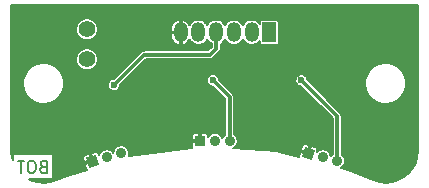
<source format=gbr>
G04 #@! TF.FileFunction,Copper,L2,Bot,Signal*
%FSLAX46Y46*%
G04 Gerber Fmt 4.6, Leading zero omitted, Abs format (unit mm)*
G04 Created by KiCad (PCBNEW (2015-01-16 BZR 5376)-product) date 26.03.2015 18:54:21*
%MOMM*%
G01*
G04 APERTURE LIST*
%ADD10C,0.100000*%
%ADD11C,0.150000*%
%ADD12R,1.198880X1.699260*%
%ADD13O,1.198880X1.699260*%
%ADD14C,0.899160*%
%ADD15R,0.899160X0.899160*%
%ADD16C,1.397000*%
%ADD17C,0.600000*%
%ADD18C,0.300000*%
G04 APERTURE END LIST*
D10*
D11*
X138501333Y-124388571D02*
X138358476Y-124436190D01*
X138310857Y-124483810D01*
X138263238Y-124579048D01*
X138263238Y-124721905D01*
X138310857Y-124817143D01*
X138358476Y-124864762D01*
X138453714Y-124912381D01*
X138834667Y-124912381D01*
X138834667Y-123912381D01*
X138501333Y-123912381D01*
X138406095Y-123960000D01*
X138358476Y-124007619D01*
X138310857Y-124102857D01*
X138310857Y-124198095D01*
X138358476Y-124293333D01*
X138406095Y-124340952D01*
X138501333Y-124388571D01*
X138834667Y-124388571D01*
X137644191Y-123912381D02*
X137453714Y-123912381D01*
X137358476Y-123960000D01*
X137263238Y-124055238D01*
X137215619Y-124245714D01*
X137215619Y-124579048D01*
X137263238Y-124769524D01*
X137358476Y-124864762D01*
X137453714Y-124912381D01*
X137644191Y-124912381D01*
X137739429Y-124864762D01*
X137834667Y-124769524D01*
X137882286Y-124579048D01*
X137882286Y-124245714D01*
X137834667Y-124055238D01*
X137739429Y-123960000D01*
X137644191Y-123912381D01*
X136929905Y-123912381D02*
X136358476Y-123912381D01*
X136644191Y-124912381D02*
X136644191Y-123912381D01*
D12*
X157683800Y-113030000D03*
D13*
X154680000Y-113030000D03*
X156180000Y-113030000D03*
X153180000Y-113030000D03*
X151680000Y-113030000D03*
X150180000Y-113030000D03*
D10*
G36*
X143240295Y-124243001D02*
X142371773Y-124475721D01*
X142139053Y-123607199D01*
X143007575Y-123374479D01*
X143240295Y-124243001D01*
X143240295Y-124243001D01*
G37*
D14*
X143916400Y-123596400D03*
X145143126Y-123267700D03*
D15*
X151790400Y-122224800D03*
D14*
X153060400Y-122224800D03*
X154330400Y-122224800D03*
D10*
G36*
X161295575Y-123818321D02*
X160427053Y-123585601D01*
X160659773Y-122717079D01*
X161528295Y-122949799D01*
X161295575Y-123818321D01*
X161295575Y-123818321D01*
G37*
D14*
X162204400Y-123596400D03*
X163431126Y-123925100D03*
D16*
X142240000Y-112776000D03*
X142240000Y-115316000D03*
D17*
X145034000Y-113284000D03*
X138684000Y-121920000D03*
X152654000Y-119380000D03*
X156972000Y-118110000D03*
X160274000Y-119126000D03*
X144018000Y-120904000D03*
X149352000Y-118110000D03*
X163195000Y-113030000D03*
X144526000Y-117475000D03*
X152908000Y-117094000D03*
X160401000Y-117094000D03*
D18*
X153180000Y-114409000D02*
X153180000Y-113030000D01*
X152654000Y-114935000D02*
X153180000Y-114409000D01*
X147066000Y-114935000D02*
X152654000Y-114935000D01*
X144526000Y-117475000D02*
X147066000Y-114935000D01*
X154330400Y-118516400D02*
X154330400Y-122224800D01*
X152908000Y-117094000D02*
X154330400Y-118516400D01*
X163431126Y-120124126D02*
X163431126Y-123925100D01*
X160401000Y-117094000D02*
X163431126Y-120124126D01*
D11*
G36*
X170266750Y-123013094D02*
X170213557Y-123555584D01*
X170059918Y-124064461D01*
X169810360Y-124533814D01*
X169474394Y-124945748D01*
X169237944Y-125141356D01*
X169237944Y-117178868D01*
X169172241Y-116847045D01*
X169043339Y-116534304D01*
X168856146Y-116252557D01*
X168617793Y-116012534D01*
X168337359Y-115823379D01*
X168025526Y-115692296D01*
X167694170Y-115624279D01*
X167355914Y-115621917D01*
X167023641Y-115685302D01*
X166710008Y-115812018D01*
X166426960Y-115997239D01*
X166185280Y-116233910D01*
X165994171Y-116513017D01*
X165860915Y-116823928D01*
X165790586Y-117154800D01*
X165785863Y-117493032D01*
X165846926Y-117825739D01*
X165971449Y-118140249D01*
X166154690Y-118424583D01*
X166389668Y-118667910D01*
X166667434Y-118860963D01*
X166977407Y-118996386D01*
X167307780Y-119069024D01*
X167645971Y-119076108D01*
X167979096Y-119017369D01*
X168294468Y-118895044D01*
X168580074Y-118713793D01*
X168825036Y-118480519D01*
X169020023Y-118204108D01*
X169157607Y-117895088D01*
X169232549Y-117565230D01*
X169237944Y-117178868D01*
X169237944Y-125141356D01*
X169064810Y-125284585D01*
X168597220Y-125537409D01*
X168089422Y-125694600D01*
X167560761Y-125750163D01*
X167031382Y-125701986D01*
X166510910Y-125548803D01*
X166424088Y-125511853D01*
X166424047Y-125511840D01*
X166421192Y-125510640D01*
X164630471Y-124772558D01*
X164615514Y-124768042D01*
X164600982Y-124762320D01*
X164597281Y-124761294D01*
X163737754Y-124529497D01*
X163848448Y-124459248D01*
X163944251Y-124368017D01*
X164020508Y-124259916D01*
X164074316Y-124139061D01*
X164103625Y-124010056D01*
X164105735Y-123858954D01*
X164080039Y-123729182D01*
X164029627Y-123606872D01*
X163956417Y-123496683D01*
X163863200Y-123402812D01*
X163806126Y-123364314D01*
X163806126Y-120124126D01*
X163802746Y-120089656D01*
X163799727Y-120055144D01*
X163799176Y-120053248D01*
X163798984Y-120051288D01*
X163788974Y-120018134D01*
X163779308Y-119984863D01*
X163778401Y-119983113D01*
X163777831Y-119981225D01*
X163761566Y-119950635D01*
X163745627Y-119919886D01*
X163744396Y-119918344D01*
X163743471Y-119916604D01*
X163721569Y-119889750D01*
X163699967Y-119862689D01*
X163697262Y-119859946D01*
X163697215Y-119859888D01*
X163697161Y-119859843D01*
X163696291Y-119858961D01*
X160925386Y-117088056D01*
X160926022Y-117042521D01*
X160906024Y-116941524D01*
X160866790Y-116846335D01*
X160809814Y-116760579D01*
X160737267Y-116687523D01*
X160651911Y-116629950D01*
X160556998Y-116590052D01*
X160456143Y-116569350D01*
X160353188Y-116568631D01*
X160252054Y-116587924D01*
X160156593Y-116626492D01*
X160070441Y-116682868D01*
X159996881Y-116754904D01*
X159938713Y-116839856D01*
X159898154Y-116934488D01*
X159876748Y-117035196D01*
X159875310Y-117138143D01*
X159893896Y-117239410D01*
X159931797Y-117335137D01*
X159987570Y-117421680D01*
X160059091Y-117495742D01*
X160143635Y-117554501D01*
X160237981Y-117595720D01*
X160338537Y-117617829D01*
X160395696Y-117619026D01*
X163056126Y-120279456D01*
X163056126Y-123364281D01*
X163006386Y-123396830D01*
X162911867Y-123489390D01*
X162878907Y-123537526D01*
X162879009Y-123530254D01*
X162853313Y-123400482D01*
X162802901Y-123278172D01*
X162729691Y-123167983D01*
X162636474Y-123074112D01*
X162526799Y-123000135D01*
X162404844Y-122948870D01*
X162275254Y-122922269D01*
X162142965Y-122921346D01*
X162013017Y-122946135D01*
X161890358Y-122995692D01*
X161779660Y-123068130D01*
X161711690Y-123134691D01*
X161751364Y-122986627D01*
X161754262Y-122942401D01*
X161748477Y-122898459D01*
X161734231Y-122856490D01*
X161712070Y-122818107D01*
X161682847Y-122784784D01*
X161647685Y-122757803D01*
X161607934Y-122738201D01*
X161565123Y-122726730D01*
X161279046Y-122650076D01*
X161210154Y-122689851D01*
X161069530Y-123214667D01*
X161088848Y-123219843D01*
X161065265Y-123307857D01*
X161065265Y-122651028D01*
X161025490Y-122582136D01*
X160739413Y-122505482D01*
X160696602Y-122494010D01*
X160652376Y-122491111D01*
X160608434Y-122496896D01*
X160566465Y-122511143D01*
X160528081Y-122533303D01*
X160494759Y-122562526D01*
X160467779Y-122597688D01*
X160448175Y-122637439D01*
X160360050Y-122966328D01*
X160399825Y-123035220D01*
X160924641Y-123175844D01*
X161065265Y-122651028D01*
X161065265Y-123307857D01*
X161050025Y-123364731D01*
X161030707Y-123359556D01*
X161025530Y-123378874D01*
X160880641Y-123340051D01*
X160885818Y-123320733D01*
X160361002Y-123180109D01*
X160292110Y-123219884D01*
X160203984Y-123548773D01*
X160202197Y-123576030D01*
X158509329Y-123119499D01*
X158509329Y-113879630D01*
X158509329Y-112180370D01*
X158506361Y-112143859D01*
X158487415Y-112083269D01*
X158452371Y-112030334D01*
X158403993Y-111989229D01*
X158346094Y-111963194D01*
X158283240Y-111954281D01*
X157084360Y-111954281D01*
X157047849Y-111957249D01*
X156987259Y-111976195D01*
X156934324Y-112011239D01*
X156893219Y-112059617D01*
X156867184Y-112117516D01*
X156858271Y-112180370D01*
X156858271Y-112308044D01*
X156764998Y-112193681D01*
X156641021Y-112091118D01*
X156499483Y-112014589D01*
X156345777Y-111967009D01*
X156185756Y-111950190D01*
X156025515Y-111964773D01*
X155871159Y-112010203D01*
X155728567Y-112084748D01*
X155603170Y-112185570D01*
X155499743Y-112308829D01*
X155429529Y-112436547D01*
X155366694Y-112318372D01*
X155264998Y-112193681D01*
X155141021Y-112091118D01*
X154999483Y-112014589D01*
X154845777Y-111967009D01*
X154685756Y-111950190D01*
X154525515Y-111964773D01*
X154371159Y-112010203D01*
X154228567Y-112084748D01*
X154103170Y-112185570D01*
X153999743Y-112308829D01*
X153929529Y-112436547D01*
X153866694Y-112318372D01*
X153764998Y-112193681D01*
X153641021Y-112091118D01*
X153499483Y-112014589D01*
X153345777Y-111967009D01*
X153185756Y-111950190D01*
X153025515Y-111964773D01*
X152871159Y-112010203D01*
X152728567Y-112084748D01*
X152603170Y-112185570D01*
X152499743Y-112308829D01*
X152429529Y-112436547D01*
X152366694Y-112318372D01*
X152264998Y-112193681D01*
X152141021Y-112091118D01*
X151999483Y-112014589D01*
X151845777Y-111967009D01*
X151685756Y-111950190D01*
X151525515Y-111964773D01*
X151371159Y-112010203D01*
X151228567Y-112084748D01*
X151103170Y-112185570D01*
X150999743Y-112308829D01*
X150929697Y-112436241D01*
X150912982Y-112395020D01*
X150823829Y-112259416D01*
X150709934Y-112143810D01*
X150575674Y-112052646D01*
X150426209Y-111989426D01*
X150382513Y-111980629D01*
X150255000Y-112015290D01*
X150255000Y-112955000D01*
X150275000Y-112955000D01*
X150275000Y-113105000D01*
X150255000Y-113105000D01*
X150255000Y-114044710D01*
X150382513Y-114079371D01*
X150426209Y-114070574D01*
X150575674Y-114007354D01*
X150709934Y-113916190D01*
X150823829Y-113800584D01*
X150912982Y-113664980D01*
X150930102Y-113622759D01*
X150993306Y-113741628D01*
X151095002Y-113866319D01*
X151218979Y-113968882D01*
X151360517Y-114045411D01*
X151514223Y-114092991D01*
X151674244Y-114109810D01*
X151834485Y-114095227D01*
X151988841Y-114049797D01*
X152131433Y-113975252D01*
X152256830Y-113874430D01*
X152360257Y-113751171D01*
X152430470Y-113623452D01*
X152493306Y-113741628D01*
X152595002Y-113866319D01*
X152718979Y-113968882D01*
X152805000Y-114015393D01*
X152805000Y-114253670D01*
X152498670Y-114560000D01*
X150105000Y-114560000D01*
X150105000Y-114044710D01*
X150105000Y-113105000D01*
X150105000Y-112955000D01*
X150105000Y-112015290D01*
X149977487Y-111980629D01*
X149933791Y-111989426D01*
X149784326Y-112052646D01*
X149650066Y-112143810D01*
X149536171Y-112259416D01*
X149447018Y-112395020D01*
X149386033Y-112545411D01*
X149355560Y-112704810D01*
X149355560Y-112955000D01*
X150105000Y-112955000D01*
X150105000Y-113105000D01*
X149355560Y-113105000D01*
X149355560Y-113355190D01*
X149386033Y-113514589D01*
X149447018Y-113664980D01*
X149536171Y-113800584D01*
X149650066Y-113916190D01*
X149784326Y-114007354D01*
X149933791Y-114070574D01*
X149977487Y-114079371D01*
X150105000Y-114044710D01*
X150105000Y-114560000D01*
X147066000Y-114560000D01*
X147031530Y-114563379D01*
X146997018Y-114566399D01*
X146995122Y-114566949D01*
X146993162Y-114567142D01*
X146960021Y-114577147D01*
X146926736Y-114586818D01*
X146924985Y-114587725D01*
X146923099Y-114588295D01*
X146892528Y-114604550D01*
X146861760Y-114620499D01*
X146860218Y-114621729D01*
X146858478Y-114622655D01*
X146831624Y-114644556D01*
X146804563Y-114666159D01*
X146801820Y-114668863D01*
X146801762Y-114668911D01*
X146801717Y-114668964D01*
X146800835Y-114669835D01*
X144520741Y-116949928D01*
X144478188Y-116949631D01*
X144377054Y-116968924D01*
X144281593Y-117007492D01*
X144195441Y-117063868D01*
X144121881Y-117135904D01*
X144063713Y-117220856D01*
X144023154Y-117315488D01*
X144001748Y-117416196D01*
X144000310Y-117519143D01*
X144018896Y-117620410D01*
X144056797Y-117716137D01*
X144112570Y-117802680D01*
X144184091Y-117876742D01*
X144268635Y-117935501D01*
X144362981Y-117976720D01*
X144463537Y-117998829D01*
X144566472Y-118000985D01*
X144667866Y-117983107D01*
X144763856Y-117945875D01*
X144850786Y-117890707D01*
X144925345Y-117819706D01*
X144984693Y-117735574D01*
X145026570Y-117641517D01*
X145049380Y-117541118D01*
X145050217Y-117481112D01*
X147221330Y-115310000D01*
X152654000Y-115310000D01*
X152688473Y-115306619D01*
X152722982Y-115303601D01*
X152724877Y-115303050D01*
X152726838Y-115302858D01*
X152759991Y-115292848D01*
X152793263Y-115283182D01*
X152795012Y-115282275D01*
X152796901Y-115281705D01*
X152827510Y-115265429D01*
X152858239Y-115249501D01*
X152859778Y-115248272D01*
X152861522Y-115247345D01*
X152888422Y-115225406D01*
X152915436Y-115203841D01*
X152918178Y-115201137D01*
X152918238Y-115201089D01*
X152918283Y-115201033D01*
X152919165Y-115200165D01*
X153445165Y-114674165D01*
X153467129Y-114647425D01*
X153489418Y-114620863D01*
X153490369Y-114619132D01*
X153491619Y-114617611D01*
X153507957Y-114587138D01*
X153524676Y-114556728D01*
X153525273Y-114554844D01*
X153526203Y-114553111D01*
X153536311Y-114520047D01*
X153546805Y-114486967D01*
X153547025Y-114485004D01*
X153547601Y-114483121D01*
X153551103Y-114448647D01*
X153554963Y-114414236D01*
X153554990Y-114410385D01*
X153554998Y-114410309D01*
X153554991Y-114410237D01*
X153555000Y-114409000D01*
X153555000Y-114015210D01*
X153631433Y-113975252D01*
X153756830Y-113874430D01*
X153860257Y-113751171D01*
X153930470Y-113623452D01*
X153993306Y-113741628D01*
X154095002Y-113866319D01*
X154218979Y-113968882D01*
X154360517Y-114045411D01*
X154514223Y-114092991D01*
X154674244Y-114109810D01*
X154834485Y-114095227D01*
X154988841Y-114049797D01*
X155131433Y-113975252D01*
X155256830Y-113874430D01*
X155360257Y-113751171D01*
X155430470Y-113623452D01*
X155493306Y-113741628D01*
X155595002Y-113866319D01*
X155718979Y-113968882D01*
X155860517Y-114045411D01*
X156014223Y-114092991D01*
X156174244Y-114109810D01*
X156334485Y-114095227D01*
X156488841Y-114049797D01*
X156631433Y-113975252D01*
X156756830Y-113874430D01*
X156858271Y-113753537D01*
X156858271Y-113879630D01*
X156861239Y-113916141D01*
X156880185Y-113976731D01*
X156915229Y-114029666D01*
X156963607Y-114070771D01*
X157021506Y-114096806D01*
X157084360Y-114105719D01*
X158283240Y-114105719D01*
X158319751Y-114102751D01*
X158380341Y-114083805D01*
X158433276Y-114048761D01*
X158474381Y-114000383D01*
X158500416Y-113942484D01*
X158509329Y-113879630D01*
X158509329Y-123119499D01*
X158473178Y-123109750D01*
X158448602Y-123105640D01*
X158424072Y-123101186D01*
X158420243Y-123100898D01*
X158420242Y-123100898D01*
X154606233Y-122841389D01*
X154636025Y-122829834D01*
X154747722Y-122758948D01*
X154843525Y-122667717D01*
X154919782Y-122559616D01*
X154973590Y-122438761D01*
X155002899Y-122309756D01*
X155005009Y-122158654D01*
X154979313Y-122028882D01*
X154928901Y-121906572D01*
X154855691Y-121796383D01*
X154762474Y-121702512D01*
X154705400Y-121664014D01*
X154705400Y-118516400D01*
X154702020Y-118481930D01*
X154699001Y-118447418D01*
X154698450Y-118445522D01*
X154698258Y-118443562D01*
X154688252Y-118410421D01*
X154678582Y-118377136D01*
X154677674Y-118375385D01*
X154677105Y-118373499D01*
X154660849Y-118342928D01*
X154644901Y-118312160D01*
X154643670Y-118310618D01*
X154642745Y-118308878D01*
X154620843Y-118282024D01*
X154599241Y-118254963D01*
X154596536Y-118252220D01*
X154596489Y-118252162D01*
X154596435Y-118252117D01*
X154595565Y-118251235D01*
X153432386Y-117088056D01*
X153433022Y-117042521D01*
X153413024Y-116941524D01*
X153373790Y-116846335D01*
X153316814Y-116760579D01*
X153244267Y-116687523D01*
X153158911Y-116629950D01*
X153063998Y-116590052D01*
X152963143Y-116569350D01*
X152860188Y-116568631D01*
X152759054Y-116587924D01*
X152663593Y-116626492D01*
X152577441Y-116682868D01*
X152503881Y-116754904D01*
X152445713Y-116839856D01*
X152405154Y-116934488D01*
X152383748Y-117035196D01*
X152382310Y-117138143D01*
X152400896Y-117239410D01*
X152438797Y-117335137D01*
X152494570Y-117421680D01*
X152566091Y-117495742D01*
X152650635Y-117554501D01*
X152744981Y-117595720D01*
X152845537Y-117617829D01*
X152902696Y-117619026D01*
X153955400Y-118671730D01*
X153955400Y-121663981D01*
X153905660Y-121696530D01*
X153811141Y-121789090D01*
X153736401Y-121898246D01*
X153695143Y-121994504D01*
X153658901Y-121906572D01*
X153585691Y-121796383D01*
X153492474Y-121702512D01*
X153382799Y-121628535D01*
X153260844Y-121577270D01*
X153131254Y-121550669D01*
X152998965Y-121549746D01*
X152869017Y-121574535D01*
X152746358Y-121624092D01*
X152635660Y-121696530D01*
X152541141Y-121789090D01*
X152466401Y-121898246D01*
X152464980Y-121901561D01*
X152464980Y-121753059D01*
X152456333Y-121709589D01*
X152439372Y-121668642D01*
X152414749Y-121631790D01*
X152383409Y-121600451D01*
X152346557Y-121575827D01*
X152305610Y-121558866D01*
X152262140Y-121550220D01*
X152217819Y-121550220D01*
X151921650Y-121550220D01*
X151865400Y-121606470D01*
X151865400Y-122149800D01*
X151885400Y-122149800D01*
X151885400Y-122299800D01*
X151865400Y-122299800D01*
X151865400Y-122319800D01*
X151715400Y-122319800D01*
X151715400Y-122299800D01*
X151715400Y-122149800D01*
X151715400Y-121606470D01*
X151659150Y-121550220D01*
X151362981Y-121550220D01*
X151318660Y-121550220D01*
X151275190Y-121558866D01*
X151234243Y-121575827D01*
X151197391Y-121600451D01*
X151166051Y-121631790D01*
X151141428Y-121668642D01*
X151124467Y-121709589D01*
X151115820Y-121753059D01*
X151115820Y-122093550D01*
X151172070Y-122149800D01*
X151715400Y-122149800D01*
X151715400Y-122299800D01*
X151172070Y-122299800D01*
X151115820Y-122356050D01*
X151115820Y-122696541D01*
X151124467Y-122740011D01*
X151141428Y-122780958D01*
X151145106Y-122786463D01*
X145788188Y-123473418D01*
X145815625Y-123352656D01*
X145817735Y-123201554D01*
X145792039Y-123071782D01*
X145741627Y-122949472D01*
X145668417Y-122839283D01*
X145575200Y-122745412D01*
X145465525Y-122671435D01*
X145343570Y-122620170D01*
X145213980Y-122593569D01*
X145081691Y-122592646D01*
X144951743Y-122617435D01*
X144829084Y-122666992D01*
X144718386Y-122739430D01*
X144623867Y-122831990D01*
X144549127Y-122941146D01*
X144497011Y-123062740D01*
X144469506Y-123192141D01*
X144469263Y-123209483D01*
X144441691Y-123167983D01*
X144348474Y-123074112D01*
X144238799Y-123000135D01*
X144116844Y-122948870D01*
X143987254Y-122922269D01*
X143854965Y-122921346D01*
X143725017Y-122946135D01*
X143602358Y-122995692D01*
X143491660Y-123068130D01*
X143397141Y-123160690D01*
X143322401Y-123269846D01*
X143270285Y-123391440D01*
X143259125Y-123443943D01*
X143219173Y-123294839D01*
X143199569Y-123255088D01*
X143172589Y-123219926D01*
X143163539Y-123211989D01*
X143163539Y-115225446D01*
X143163539Y-112685446D01*
X143128362Y-112507788D01*
X143059347Y-112340345D01*
X142959124Y-112189497D01*
X142831509Y-112060988D01*
X142681364Y-111959714D01*
X142514408Y-111889532D01*
X142336999Y-111853116D01*
X142155896Y-111851851D01*
X141977996Y-111885787D01*
X141810076Y-111953631D01*
X141658532Y-112052799D01*
X141529135Y-112179514D01*
X141426815Y-112328948D01*
X141355470Y-112495410D01*
X141317815Y-112672560D01*
X141315287Y-112853650D01*
X141347980Y-113031783D01*
X141414650Y-113200172D01*
X141512758Y-113352405D01*
X141638565Y-113482683D01*
X141787282Y-113586044D01*
X141953242Y-113658550D01*
X142130125Y-113697440D01*
X142311193Y-113701233D01*
X142489549Y-113669784D01*
X142658400Y-113604291D01*
X142811314Y-113507249D01*
X142942467Y-113382353D01*
X143046863Y-113234362D01*
X143120527Y-113068912D01*
X143160651Y-112892305D01*
X143163539Y-112685446D01*
X143163539Y-115225446D01*
X143128362Y-115047788D01*
X143059347Y-114880345D01*
X142959124Y-114729497D01*
X142831509Y-114600988D01*
X142681364Y-114499714D01*
X142514408Y-114429532D01*
X142336999Y-114393116D01*
X142155896Y-114391851D01*
X141977996Y-114425787D01*
X141810076Y-114493631D01*
X141658532Y-114592799D01*
X141529135Y-114719514D01*
X141426815Y-114868948D01*
X141355470Y-115035410D01*
X141317815Y-115212560D01*
X141315287Y-115393650D01*
X141347980Y-115571783D01*
X141414650Y-115740172D01*
X141512758Y-115892405D01*
X141638565Y-116022683D01*
X141787282Y-116126044D01*
X141953242Y-116198550D01*
X142130125Y-116237440D01*
X142311193Y-116241233D01*
X142489549Y-116209784D01*
X142658400Y-116144291D01*
X142811314Y-116047249D01*
X142942467Y-115922353D01*
X143046863Y-115774362D01*
X143120527Y-115608912D01*
X143160651Y-115432305D01*
X143163539Y-115225446D01*
X143163539Y-123211989D01*
X143139267Y-123190703D01*
X143100883Y-123168543D01*
X143058914Y-123154296D01*
X143014972Y-123148511D01*
X142970746Y-123151410D01*
X142927935Y-123162882D01*
X142641858Y-123239536D01*
X142602083Y-123308428D01*
X142742707Y-123833244D01*
X142762025Y-123828067D01*
X142800848Y-123972956D01*
X142781530Y-123978133D01*
X142786706Y-123997451D01*
X142641817Y-124036274D01*
X142636641Y-124016956D01*
X142597818Y-124027358D01*
X142597818Y-123872067D01*
X142457194Y-123347251D01*
X142388302Y-123307476D01*
X142102225Y-123384130D01*
X142059414Y-123395601D01*
X142019663Y-123415203D01*
X141984501Y-123442184D01*
X141955278Y-123475507D01*
X141933117Y-123513890D01*
X141918871Y-123555859D01*
X141913086Y-123599801D01*
X141915984Y-123644027D01*
X142004110Y-123972916D01*
X142073002Y-124012691D01*
X142597818Y-123872067D01*
X142597818Y-124027358D01*
X142111825Y-124157580D01*
X142072050Y-124226472D01*
X142160175Y-124555361D01*
X142179779Y-124595112D01*
X142206759Y-124630274D01*
X142229835Y-124650512D01*
X140281944Y-125302552D01*
X140281944Y-117178868D01*
X140216241Y-116847045D01*
X140087339Y-116534304D01*
X139900146Y-116252557D01*
X139661793Y-116012534D01*
X139381359Y-115823379D01*
X139069526Y-115692296D01*
X138738170Y-115624279D01*
X138399914Y-115621917D01*
X138067641Y-115685302D01*
X137754008Y-115812018D01*
X137470960Y-115997239D01*
X137229280Y-116233910D01*
X137038171Y-116513017D01*
X136904915Y-116823928D01*
X136834586Y-117154800D01*
X136829863Y-117493032D01*
X136890926Y-117825739D01*
X137015449Y-118140249D01*
X137198690Y-118424583D01*
X137433668Y-118667910D01*
X137711434Y-118860963D01*
X138021407Y-118996386D01*
X138351780Y-119069024D01*
X138689971Y-119076108D01*
X139023096Y-119017369D01*
X139338468Y-118895044D01*
X139624074Y-118713793D01*
X139869036Y-118480519D01*
X140064023Y-118204108D01*
X140201607Y-117895088D01*
X140276549Y-117565230D01*
X140281944Y-117178868D01*
X140281944Y-125302552D01*
X139679809Y-125504112D01*
X139150157Y-125681408D01*
X138622913Y-125749020D01*
X138092563Y-125712935D01*
X137579334Y-125574528D01*
X137347527Y-125460000D01*
X139372762Y-125460000D01*
X139372762Y-123310000D01*
X135963238Y-123310000D01*
X135963238Y-123863784D01*
X135891203Y-123653480D01*
X135818439Y-123115834D01*
X135816750Y-123023993D01*
X135816750Y-110743000D01*
X170266750Y-110743000D01*
X170266750Y-123013094D01*
X170266750Y-123013094D01*
G37*
X170266750Y-123013094D02*
X170213557Y-123555584D01*
X170059918Y-124064461D01*
X169810360Y-124533814D01*
X169474394Y-124945748D01*
X169237944Y-125141356D01*
X169237944Y-117178868D01*
X169172241Y-116847045D01*
X169043339Y-116534304D01*
X168856146Y-116252557D01*
X168617793Y-116012534D01*
X168337359Y-115823379D01*
X168025526Y-115692296D01*
X167694170Y-115624279D01*
X167355914Y-115621917D01*
X167023641Y-115685302D01*
X166710008Y-115812018D01*
X166426960Y-115997239D01*
X166185280Y-116233910D01*
X165994171Y-116513017D01*
X165860915Y-116823928D01*
X165790586Y-117154800D01*
X165785863Y-117493032D01*
X165846926Y-117825739D01*
X165971449Y-118140249D01*
X166154690Y-118424583D01*
X166389668Y-118667910D01*
X166667434Y-118860963D01*
X166977407Y-118996386D01*
X167307780Y-119069024D01*
X167645971Y-119076108D01*
X167979096Y-119017369D01*
X168294468Y-118895044D01*
X168580074Y-118713793D01*
X168825036Y-118480519D01*
X169020023Y-118204108D01*
X169157607Y-117895088D01*
X169232549Y-117565230D01*
X169237944Y-117178868D01*
X169237944Y-125141356D01*
X169064810Y-125284585D01*
X168597220Y-125537409D01*
X168089422Y-125694600D01*
X167560761Y-125750163D01*
X167031382Y-125701986D01*
X166510910Y-125548803D01*
X166424088Y-125511853D01*
X166424047Y-125511840D01*
X166421192Y-125510640D01*
X164630471Y-124772558D01*
X164615514Y-124768042D01*
X164600982Y-124762320D01*
X164597281Y-124761294D01*
X163737754Y-124529497D01*
X163848448Y-124459248D01*
X163944251Y-124368017D01*
X164020508Y-124259916D01*
X164074316Y-124139061D01*
X164103625Y-124010056D01*
X164105735Y-123858954D01*
X164080039Y-123729182D01*
X164029627Y-123606872D01*
X163956417Y-123496683D01*
X163863200Y-123402812D01*
X163806126Y-123364314D01*
X163806126Y-120124126D01*
X163802746Y-120089656D01*
X163799727Y-120055144D01*
X163799176Y-120053248D01*
X163798984Y-120051288D01*
X163788974Y-120018134D01*
X163779308Y-119984863D01*
X163778401Y-119983113D01*
X163777831Y-119981225D01*
X163761566Y-119950635D01*
X163745627Y-119919886D01*
X163744396Y-119918344D01*
X163743471Y-119916604D01*
X163721569Y-119889750D01*
X163699967Y-119862689D01*
X163697262Y-119859946D01*
X163697215Y-119859888D01*
X163697161Y-119859843D01*
X163696291Y-119858961D01*
X160925386Y-117088056D01*
X160926022Y-117042521D01*
X160906024Y-116941524D01*
X160866790Y-116846335D01*
X160809814Y-116760579D01*
X160737267Y-116687523D01*
X160651911Y-116629950D01*
X160556998Y-116590052D01*
X160456143Y-116569350D01*
X160353188Y-116568631D01*
X160252054Y-116587924D01*
X160156593Y-116626492D01*
X160070441Y-116682868D01*
X159996881Y-116754904D01*
X159938713Y-116839856D01*
X159898154Y-116934488D01*
X159876748Y-117035196D01*
X159875310Y-117138143D01*
X159893896Y-117239410D01*
X159931797Y-117335137D01*
X159987570Y-117421680D01*
X160059091Y-117495742D01*
X160143635Y-117554501D01*
X160237981Y-117595720D01*
X160338537Y-117617829D01*
X160395696Y-117619026D01*
X163056126Y-120279456D01*
X163056126Y-123364281D01*
X163006386Y-123396830D01*
X162911867Y-123489390D01*
X162878907Y-123537526D01*
X162879009Y-123530254D01*
X162853313Y-123400482D01*
X162802901Y-123278172D01*
X162729691Y-123167983D01*
X162636474Y-123074112D01*
X162526799Y-123000135D01*
X162404844Y-122948870D01*
X162275254Y-122922269D01*
X162142965Y-122921346D01*
X162013017Y-122946135D01*
X161890358Y-122995692D01*
X161779660Y-123068130D01*
X161711690Y-123134691D01*
X161751364Y-122986627D01*
X161754262Y-122942401D01*
X161748477Y-122898459D01*
X161734231Y-122856490D01*
X161712070Y-122818107D01*
X161682847Y-122784784D01*
X161647685Y-122757803D01*
X161607934Y-122738201D01*
X161565123Y-122726730D01*
X161279046Y-122650076D01*
X161210154Y-122689851D01*
X161069530Y-123214667D01*
X161088848Y-123219843D01*
X161065265Y-123307857D01*
X161065265Y-122651028D01*
X161025490Y-122582136D01*
X160739413Y-122505482D01*
X160696602Y-122494010D01*
X160652376Y-122491111D01*
X160608434Y-122496896D01*
X160566465Y-122511143D01*
X160528081Y-122533303D01*
X160494759Y-122562526D01*
X160467779Y-122597688D01*
X160448175Y-122637439D01*
X160360050Y-122966328D01*
X160399825Y-123035220D01*
X160924641Y-123175844D01*
X161065265Y-122651028D01*
X161065265Y-123307857D01*
X161050025Y-123364731D01*
X161030707Y-123359556D01*
X161025530Y-123378874D01*
X160880641Y-123340051D01*
X160885818Y-123320733D01*
X160361002Y-123180109D01*
X160292110Y-123219884D01*
X160203984Y-123548773D01*
X160202197Y-123576030D01*
X158509329Y-123119499D01*
X158509329Y-113879630D01*
X158509329Y-112180370D01*
X158506361Y-112143859D01*
X158487415Y-112083269D01*
X158452371Y-112030334D01*
X158403993Y-111989229D01*
X158346094Y-111963194D01*
X158283240Y-111954281D01*
X157084360Y-111954281D01*
X157047849Y-111957249D01*
X156987259Y-111976195D01*
X156934324Y-112011239D01*
X156893219Y-112059617D01*
X156867184Y-112117516D01*
X156858271Y-112180370D01*
X156858271Y-112308044D01*
X156764998Y-112193681D01*
X156641021Y-112091118D01*
X156499483Y-112014589D01*
X156345777Y-111967009D01*
X156185756Y-111950190D01*
X156025515Y-111964773D01*
X155871159Y-112010203D01*
X155728567Y-112084748D01*
X155603170Y-112185570D01*
X155499743Y-112308829D01*
X155429529Y-112436547D01*
X155366694Y-112318372D01*
X155264998Y-112193681D01*
X155141021Y-112091118D01*
X154999483Y-112014589D01*
X154845777Y-111967009D01*
X154685756Y-111950190D01*
X154525515Y-111964773D01*
X154371159Y-112010203D01*
X154228567Y-112084748D01*
X154103170Y-112185570D01*
X153999743Y-112308829D01*
X153929529Y-112436547D01*
X153866694Y-112318372D01*
X153764998Y-112193681D01*
X153641021Y-112091118D01*
X153499483Y-112014589D01*
X153345777Y-111967009D01*
X153185756Y-111950190D01*
X153025515Y-111964773D01*
X152871159Y-112010203D01*
X152728567Y-112084748D01*
X152603170Y-112185570D01*
X152499743Y-112308829D01*
X152429529Y-112436547D01*
X152366694Y-112318372D01*
X152264998Y-112193681D01*
X152141021Y-112091118D01*
X151999483Y-112014589D01*
X151845777Y-111967009D01*
X151685756Y-111950190D01*
X151525515Y-111964773D01*
X151371159Y-112010203D01*
X151228567Y-112084748D01*
X151103170Y-112185570D01*
X150999743Y-112308829D01*
X150929697Y-112436241D01*
X150912982Y-112395020D01*
X150823829Y-112259416D01*
X150709934Y-112143810D01*
X150575674Y-112052646D01*
X150426209Y-111989426D01*
X150382513Y-111980629D01*
X150255000Y-112015290D01*
X150255000Y-112955000D01*
X150275000Y-112955000D01*
X150275000Y-113105000D01*
X150255000Y-113105000D01*
X150255000Y-114044710D01*
X150382513Y-114079371D01*
X150426209Y-114070574D01*
X150575674Y-114007354D01*
X150709934Y-113916190D01*
X150823829Y-113800584D01*
X150912982Y-113664980D01*
X150930102Y-113622759D01*
X150993306Y-113741628D01*
X151095002Y-113866319D01*
X151218979Y-113968882D01*
X151360517Y-114045411D01*
X151514223Y-114092991D01*
X151674244Y-114109810D01*
X151834485Y-114095227D01*
X151988841Y-114049797D01*
X152131433Y-113975252D01*
X152256830Y-113874430D01*
X152360257Y-113751171D01*
X152430470Y-113623452D01*
X152493306Y-113741628D01*
X152595002Y-113866319D01*
X152718979Y-113968882D01*
X152805000Y-114015393D01*
X152805000Y-114253670D01*
X152498670Y-114560000D01*
X150105000Y-114560000D01*
X150105000Y-114044710D01*
X150105000Y-113105000D01*
X150105000Y-112955000D01*
X150105000Y-112015290D01*
X149977487Y-111980629D01*
X149933791Y-111989426D01*
X149784326Y-112052646D01*
X149650066Y-112143810D01*
X149536171Y-112259416D01*
X149447018Y-112395020D01*
X149386033Y-112545411D01*
X149355560Y-112704810D01*
X149355560Y-112955000D01*
X150105000Y-112955000D01*
X150105000Y-113105000D01*
X149355560Y-113105000D01*
X149355560Y-113355190D01*
X149386033Y-113514589D01*
X149447018Y-113664980D01*
X149536171Y-113800584D01*
X149650066Y-113916190D01*
X149784326Y-114007354D01*
X149933791Y-114070574D01*
X149977487Y-114079371D01*
X150105000Y-114044710D01*
X150105000Y-114560000D01*
X147066000Y-114560000D01*
X147031530Y-114563379D01*
X146997018Y-114566399D01*
X146995122Y-114566949D01*
X146993162Y-114567142D01*
X146960021Y-114577147D01*
X146926736Y-114586818D01*
X146924985Y-114587725D01*
X146923099Y-114588295D01*
X146892528Y-114604550D01*
X146861760Y-114620499D01*
X146860218Y-114621729D01*
X146858478Y-114622655D01*
X146831624Y-114644556D01*
X146804563Y-114666159D01*
X146801820Y-114668863D01*
X146801762Y-114668911D01*
X146801717Y-114668964D01*
X146800835Y-114669835D01*
X144520741Y-116949928D01*
X144478188Y-116949631D01*
X144377054Y-116968924D01*
X144281593Y-117007492D01*
X144195441Y-117063868D01*
X144121881Y-117135904D01*
X144063713Y-117220856D01*
X144023154Y-117315488D01*
X144001748Y-117416196D01*
X144000310Y-117519143D01*
X144018896Y-117620410D01*
X144056797Y-117716137D01*
X144112570Y-117802680D01*
X144184091Y-117876742D01*
X144268635Y-117935501D01*
X144362981Y-117976720D01*
X144463537Y-117998829D01*
X144566472Y-118000985D01*
X144667866Y-117983107D01*
X144763856Y-117945875D01*
X144850786Y-117890707D01*
X144925345Y-117819706D01*
X144984693Y-117735574D01*
X145026570Y-117641517D01*
X145049380Y-117541118D01*
X145050217Y-117481112D01*
X147221330Y-115310000D01*
X152654000Y-115310000D01*
X152688473Y-115306619D01*
X152722982Y-115303601D01*
X152724877Y-115303050D01*
X152726838Y-115302858D01*
X152759991Y-115292848D01*
X152793263Y-115283182D01*
X152795012Y-115282275D01*
X152796901Y-115281705D01*
X152827510Y-115265429D01*
X152858239Y-115249501D01*
X152859778Y-115248272D01*
X152861522Y-115247345D01*
X152888422Y-115225406D01*
X152915436Y-115203841D01*
X152918178Y-115201137D01*
X152918238Y-115201089D01*
X152918283Y-115201033D01*
X152919165Y-115200165D01*
X153445165Y-114674165D01*
X153467129Y-114647425D01*
X153489418Y-114620863D01*
X153490369Y-114619132D01*
X153491619Y-114617611D01*
X153507957Y-114587138D01*
X153524676Y-114556728D01*
X153525273Y-114554844D01*
X153526203Y-114553111D01*
X153536311Y-114520047D01*
X153546805Y-114486967D01*
X153547025Y-114485004D01*
X153547601Y-114483121D01*
X153551103Y-114448647D01*
X153554963Y-114414236D01*
X153554990Y-114410385D01*
X153554998Y-114410309D01*
X153554991Y-114410237D01*
X153555000Y-114409000D01*
X153555000Y-114015210D01*
X153631433Y-113975252D01*
X153756830Y-113874430D01*
X153860257Y-113751171D01*
X153930470Y-113623452D01*
X153993306Y-113741628D01*
X154095002Y-113866319D01*
X154218979Y-113968882D01*
X154360517Y-114045411D01*
X154514223Y-114092991D01*
X154674244Y-114109810D01*
X154834485Y-114095227D01*
X154988841Y-114049797D01*
X155131433Y-113975252D01*
X155256830Y-113874430D01*
X155360257Y-113751171D01*
X155430470Y-113623452D01*
X155493306Y-113741628D01*
X155595002Y-113866319D01*
X155718979Y-113968882D01*
X155860517Y-114045411D01*
X156014223Y-114092991D01*
X156174244Y-114109810D01*
X156334485Y-114095227D01*
X156488841Y-114049797D01*
X156631433Y-113975252D01*
X156756830Y-113874430D01*
X156858271Y-113753537D01*
X156858271Y-113879630D01*
X156861239Y-113916141D01*
X156880185Y-113976731D01*
X156915229Y-114029666D01*
X156963607Y-114070771D01*
X157021506Y-114096806D01*
X157084360Y-114105719D01*
X158283240Y-114105719D01*
X158319751Y-114102751D01*
X158380341Y-114083805D01*
X158433276Y-114048761D01*
X158474381Y-114000383D01*
X158500416Y-113942484D01*
X158509329Y-113879630D01*
X158509329Y-123119499D01*
X158473178Y-123109750D01*
X158448602Y-123105640D01*
X158424072Y-123101186D01*
X158420243Y-123100898D01*
X158420242Y-123100898D01*
X154606233Y-122841389D01*
X154636025Y-122829834D01*
X154747722Y-122758948D01*
X154843525Y-122667717D01*
X154919782Y-122559616D01*
X154973590Y-122438761D01*
X155002899Y-122309756D01*
X155005009Y-122158654D01*
X154979313Y-122028882D01*
X154928901Y-121906572D01*
X154855691Y-121796383D01*
X154762474Y-121702512D01*
X154705400Y-121664014D01*
X154705400Y-118516400D01*
X154702020Y-118481930D01*
X154699001Y-118447418D01*
X154698450Y-118445522D01*
X154698258Y-118443562D01*
X154688252Y-118410421D01*
X154678582Y-118377136D01*
X154677674Y-118375385D01*
X154677105Y-118373499D01*
X154660849Y-118342928D01*
X154644901Y-118312160D01*
X154643670Y-118310618D01*
X154642745Y-118308878D01*
X154620843Y-118282024D01*
X154599241Y-118254963D01*
X154596536Y-118252220D01*
X154596489Y-118252162D01*
X154596435Y-118252117D01*
X154595565Y-118251235D01*
X153432386Y-117088056D01*
X153433022Y-117042521D01*
X153413024Y-116941524D01*
X153373790Y-116846335D01*
X153316814Y-116760579D01*
X153244267Y-116687523D01*
X153158911Y-116629950D01*
X153063998Y-116590052D01*
X152963143Y-116569350D01*
X152860188Y-116568631D01*
X152759054Y-116587924D01*
X152663593Y-116626492D01*
X152577441Y-116682868D01*
X152503881Y-116754904D01*
X152445713Y-116839856D01*
X152405154Y-116934488D01*
X152383748Y-117035196D01*
X152382310Y-117138143D01*
X152400896Y-117239410D01*
X152438797Y-117335137D01*
X152494570Y-117421680D01*
X152566091Y-117495742D01*
X152650635Y-117554501D01*
X152744981Y-117595720D01*
X152845537Y-117617829D01*
X152902696Y-117619026D01*
X153955400Y-118671730D01*
X153955400Y-121663981D01*
X153905660Y-121696530D01*
X153811141Y-121789090D01*
X153736401Y-121898246D01*
X153695143Y-121994504D01*
X153658901Y-121906572D01*
X153585691Y-121796383D01*
X153492474Y-121702512D01*
X153382799Y-121628535D01*
X153260844Y-121577270D01*
X153131254Y-121550669D01*
X152998965Y-121549746D01*
X152869017Y-121574535D01*
X152746358Y-121624092D01*
X152635660Y-121696530D01*
X152541141Y-121789090D01*
X152466401Y-121898246D01*
X152464980Y-121901561D01*
X152464980Y-121753059D01*
X152456333Y-121709589D01*
X152439372Y-121668642D01*
X152414749Y-121631790D01*
X152383409Y-121600451D01*
X152346557Y-121575827D01*
X152305610Y-121558866D01*
X152262140Y-121550220D01*
X152217819Y-121550220D01*
X151921650Y-121550220D01*
X151865400Y-121606470D01*
X151865400Y-122149800D01*
X151885400Y-122149800D01*
X151885400Y-122299800D01*
X151865400Y-122299800D01*
X151865400Y-122319800D01*
X151715400Y-122319800D01*
X151715400Y-122299800D01*
X151715400Y-122149800D01*
X151715400Y-121606470D01*
X151659150Y-121550220D01*
X151362981Y-121550220D01*
X151318660Y-121550220D01*
X151275190Y-121558866D01*
X151234243Y-121575827D01*
X151197391Y-121600451D01*
X151166051Y-121631790D01*
X151141428Y-121668642D01*
X151124467Y-121709589D01*
X151115820Y-121753059D01*
X151115820Y-122093550D01*
X151172070Y-122149800D01*
X151715400Y-122149800D01*
X151715400Y-122299800D01*
X151172070Y-122299800D01*
X151115820Y-122356050D01*
X151115820Y-122696541D01*
X151124467Y-122740011D01*
X151141428Y-122780958D01*
X151145106Y-122786463D01*
X145788188Y-123473418D01*
X145815625Y-123352656D01*
X145817735Y-123201554D01*
X145792039Y-123071782D01*
X145741627Y-122949472D01*
X145668417Y-122839283D01*
X145575200Y-122745412D01*
X145465525Y-122671435D01*
X145343570Y-122620170D01*
X145213980Y-122593569D01*
X145081691Y-122592646D01*
X144951743Y-122617435D01*
X144829084Y-122666992D01*
X144718386Y-122739430D01*
X144623867Y-122831990D01*
X144549127Y-122941146D01*
X144497011Y-123062740D01*
X144469506Y-123192141D01*
X144469263Y-123209483D01*
X144441691Y-123167983D01*
X144348474Y-123074112D01*
X144238799Y-123000135D01*
X144116844Y-122948870D01*
X143987254Y-122922269D01*
X143854965Y-122921346D01*
X143725017Y-122946135D01*
X143602358Y-122995692D01*
X143491660Y-123068130D01*
X143397141Y-123160690D01*
X143322401Y-123269846D01*
X143270285Y-123391440D01*
X143259125Y-123443943D01*
X143219173Y-123294839D01*
X143199569Y-123255088D01*
X143172589Y-123219926D01*
X143163539Y-123211989D01*
X143163539Y-115225446D01*
X143163539Y-112685446D01*
X143128362Y-112507788D01*
X143059347Y-112340345D01*
X142959124Y-112189497D01*
X142831509Y-112060988D01*
X142681364Y-111959714D01*
X142514408Y-111889532D01*
X142336999Y-111853116D01*
X142155896Y-111851851D01*
X141977996Y-111885787D01*
X141810076Y-111953631D01*
X141658532Y-112052799D01*
X141529135Y-112179514D01*
X141426815Y-112328948D01*
X141355470Y-112495410D01*
X141317815Y-112672560D01*
X141315287Y-112853650D01*
X141347980Y-113031783D01*
X141414650Y-113200172D01*
X141512758Y-113352405D01*
X141638565Y-113482683D01*
X141787282Y-113586044D01*
X141953242Y-113658550D01*
X142130125Y-113697440D01*
X142311193Y-113701233D01*
X142489549Y-113669784D01*
X142658400Y-113604291D01*
X142811314Y-113507249D01*
X142942467Y-113382353D01*
X143046863Y-113234362D01*
X143120527Y-113068912D01*
X143160651Y-112892305D01*
X143163539Y-112685446D01*
X143163539Y-115225446D01*
X143128362Y-115047788D01*
X143059347Y-114880345D01*
X142959124Y-114729497D01*
X142831509Y-114600988D01*
X142681364Y-114499714D01*
X142514408Y-114429532D01*
X142336999Y-114393116D01*
X142155896Y-114391851D01*
X141977996Y-114425787D01*
X141810076Y-114493631D01*
X141658532Y-114592799D01*
X141529135Y-114719514D01*
X141426815Y-114868948D01*
X141355470Y-115035410D01*
X141317815Y-115212560D01*
X141315287Y-115393650D01*
X141347980Y-115571783D01*
X141414650Y-115740172D01*
X141512758Y-115892405D01*
X141638565Y-116022683D01*
X141787282Y-116126044D01*
X141953242Y-116198550D01*
X142130125Y-116237440D01*
X142311193Y-116241233D01*
X142489549Y-116209784D01*
X142658400Y-116144291D01*
X142811314Y-116047249D01*
X142942467Y-115922353D01*
X143046863Y-115774362D01*
X143120527Y-115608912D01*
X143160651Y-115432305D01*
X143163539Y-115225446D01*
X143163539Y-123211989D01*
X143139267Y-123190703D01*
X143100883Y-123168543D01*
X143058914Y-123154296D01*
X143014972Y-123148511D01*
X142970746Y-123151410D01*
X142927935Y-123162882D01*
X142641858Y-123239536D01*
X142602083Y-123308428D01*
X142742707Y-123833244D01*
X142762025Y-123828067D01*
X142800848Y-123972956D01*
X142781530Y-123978133D01*
X142786706Y-123997451D01*
X142641817Y-124036274D01*
X142636641Y-124016956D01*
X142597818Y-124027358D01*
X142597818Y-123872067D01*
X142457194Y-123347251D01*
X142388302Y-123307476D01*
X142102225Y-123384130D01*
X142059414Y-123395601D01*
X142019663Y-123415203D01*
X141984501Y-123442184D01*
X141955278Y-123475507D01*
X141933117Y-123513890D01*
X141918871Y-123555859D01*
X141913086Y-123599801D01*
X141915984Y-123644027D01*
X142004110Y-123972916D01*
X142073002Y-124012691D01*
X142597818Y-123872067D01*
X142597818Y-124027358D01*
X142111825Y-124157580D01*
X142072050Y-124226472D01*
X142160175Y-124555361D01*
X142179779Y-124595112D01*
X142206759Y-124630274D01*
X142229835Y-124650512D01*
X140281944Y-125302552D01*
X140281944Y-117178868D01*
X140216241Y-116847045D01*
X140087339Y-116534304D01*
X139900146Y-116252557D01*
X139661793Y-116012534D01*
X139381359Y-115823379D01*
X139069526Y-115692296D01*
X138738170Y-115624279D01*
X138399914Y-115621917D01*
X138067641Y-115685302D01*
X137754008Y-115812018D01*
X137470960Y-115997239D01*
X137229280Y-116233910D01*
X137038171Y-116513017D01*
X136904915Y-116823928D01*
X136834586Y-117154800D01*
X136829863Y-117493032D01*
X136890926Y-117825739D01*
X137015449Y-118140249D01*
X137198690Y-118424583D01*
X137433668Y-118667910D01*
X137711434Y-118860963D01*
X138021407Y-118996386D01*
X138351780Y-119069024D01*
X138689971Y-119076108D01*
X139023096Y-119017369D01*
X139338468Y-118895044D01*
X139624074Y-118713793D01*
X139869036Y-118480519D01*
X140064023Y-118204108D01*
X140201607Y-117895088D01*
X140276549Y-117565230D01*
X140281944Y-117178868D01*
X140281944Y-125302552D01*
X139679809Y-125504112D01*
X139150157Y-125681408D01*
X138622913Y-125749020D01*
X138092563Y-125712935D01*
X137579334Y-125574528D01*
X137347527Y-125460000D01*
X139372762Y-125460000D01*
X139372762Y-123310000D01*
X135963238Y-123310000D01*
X135963238Y-123863784D01*
X135891203Y-123653480D01*
X135818439Y-123115834D01*
X135816750Y-123023993D01*
X135816750Y-110743000D01*
X170266750Y-110743000D01*
X170266750Y-123013094D01*
M02*

</source>
